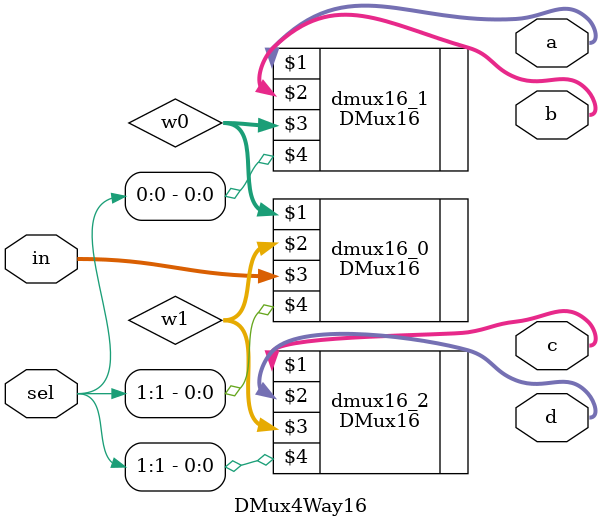
<source format=v>
/* módulo DMux4Way16 */

`ifndef _DMux4Way16_
`define _DMux4Way16_

`include "DMux16.v"

module DMux4Way16(a, b, c, d, in, sel);
    input [15:0] in;
    input [1:0] sel;
    output [15:0] a, b, c, d ;
    wire [15:0] w0, w1;

    // 

    DMux16 dmux16_0(w0, w1, in, sel[1]);
    DMux16 dmux16_1(a, b, w0, sel[0]);
    DMux16 dmux16_2(c, d, w1, sel[1]);

endmodule

`endif
</source>
